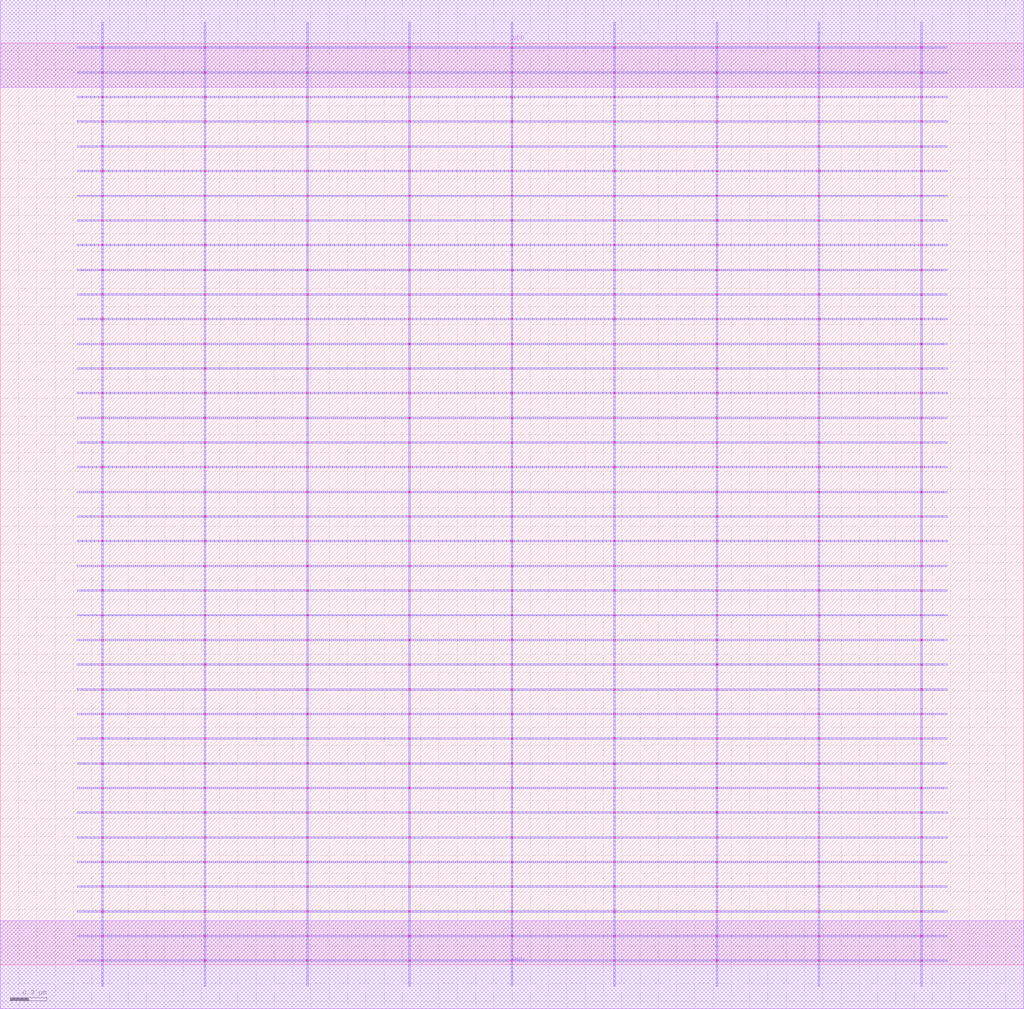
<source format=lef>
MACRO AAOI22
 CLASS CORE ;
 FOREIGN AAOI22 0 0 ;
 SIZE 5.6000000000000005 BY 5.04 ;
 ORIGIN 0 0 ;
 SYMMETRY X Y R90 ;
 SITE unit ;
  PIN VDD
   DIRECTION INOUT ;
   USE POWER ;
   SHAPE ABUTMENT ;
    PORT
     CLASS CORE ;
       LAYER met1 ;
        RECT 0.00000000 4.80000000 5.60000000 5.28000000 ;
    END
  END VDD

  PIN GND
   DIRECTION INOUT ;
   USE POWER ;
   SHAPE ABUTMENT ;
    PORT
     CLASS CORE ;
       LAYER met1 ;
        RECT 0.00000000 -0.24000000 5.60000000 0.24000000 ;
    END
  END GND

 OBS
    LAYER polycont ;
     RECT 1.11600000 2.58300000 1.12400000 2.59100000 ;
     RECT 2.23600000 2.58300000 2.24400000 2.59100000 ;
     RECT 3.35600000 2.58300000 3.36400000 2.59100000 ;
     RECT 4.47600000 2.58300000 4.48400000 2.59100000 ;
     RECT 1.11600000 2.98800000 1.12400000 2.99600000 ;
     RECT 2.23600000 2.98800000 2.24400000 2.99600000 ;
     RECT 3.35600000 2.98800000 3.36400000 2.99600000 ;
     RECT 4.47600000 2.98800000 4.48400000 2.99600000 ;

    LAYER pdiffc ;
     RECT 0.55600000 3.39300000 0.56400000 3.40100000 ;
     RECT 1.67600000 3.39300000 1.68400000 3.40100000 ;
     RECT 2.79600000 3.39300000 2.80400000 3.40100000 ;
     RECT 3.91600000 3.39300000 3.92400000 3.40100000 ;
     RECT 5.03600000 3.39300000 5.04400000 3.40100000 ;
     RECT 0.55600000 3.52800000 0.56400000 3.53600000 ;
     RECT 1.67600000 3.52800000 1.68400000 3.53600000 ;
     RECT 2.79600000 3.52800000 2.80400000 3.53600000 ;
     RECT 3.91600000 3.52800000 3.92400000 3.53600000 ;
     RECT 5.03600000 3.52800000 5.04400000 3.53600000 ;
     RECT 0.55600000 3.66300000 0.56400000 3.67100000 ;
     RECT 1.67600000 3.66300000 1.68400000 3.67100000 ;
     RECT 2.79600000 3.66300000 2.80400000 3.67100000 ;
     RECT 3.91600000 3.66300000 3.92400000 3.67100000 ;
     RECT 5.03600000 3.66300000 5.04400000 3.67100000 ;
     RECT 0.55600000 3.79800000 0.56400000 3.80600000 ;
     RECT 1.67600000 3.79800000 1.68400000 3.80600000 ;
     RECT 2.79600000 3.79800000 2.80400000 3.80600000 ;
     RECT 3.91600000 3.79800000 3.92400000 3.80600000 ;
     RECT 5.03600000 3.79800000 5.04400000 3.80600000 ;
     RECT 0.55600000 3.93300000 0.56400000 3.94100000 ;
     RECT 1.67600000 3.93300000 1.68400000 3.94100000 ;
     RECT 2.79600000 3.93300000 2.80400000 3.94100000 ;
     RECT 3.91600000 3.93300000 3.92400000 3.94100000 ;
     RECT 5.03600000 3.93300000 5.04400000 3.94100000 ;
     RECT 0.55600000 4.06800000 0.56400000 4.07600000 ;
     RECT 1.67600000 4.06800000 1.68400000 4.07600000 ;
     RECT 2.79600000 4.06800000 2.80400000 4.07600000 ;
     RECT 3.91600000 4.06800000 3.92400000 4.07600000 ;
     RECT 5.03600000 4.06800000 5.04400000 4.07600000 ;
     RECT 0.55600000 4.20300000 0.56400000 4.21100000 ;
     RECT 1.67600000 4.20300000 1.68400000 4.21100000 ;
     RECT 2.79600000 4.20300000 2.80400000 4.21100000 ;
     RECT 3.91600000 4.20300000 3.92400000 4.21100000 ;
     RECT 5.03600000 4.20300000 5.04400000 4.21100000 ;
     RECT 0.55600000 4.33800000 0.56400000 4.34600000 ;
     RECT 1.67600000 4.33800000 1.68400000 4.34600000 ;
     RECT 2.79600000 4.33800000 2.80400000 4.34600000 ;
     RECT 3.91600000 4.33800000 3.92400000 4.34600000 ;
     RECT 5.03600000 4.33800000 5.04400000 4.34600000 ;
     RECT 0.55600000 4.47300000 0.56400000 4.48100000 ;
     RECT 1.67600000 4.47300000 1.68400000 4.48100000 ;
     RECT 2.79600000 4.47300000 2.80400000 4.48100000 ;
     RECT 3.91600000 4.47300000 3.92400000 4.48100000 ;
     RECT 5.03600000 4.47300000 5.04400000 4.48100000 ;
     RECT 0.55600000 4.60800000 0.56400000 4.61600000 ;
     RECT 1.67600000 4.60800000 1.68400000 4.61600000 ;
     RECT 2.79600000 4.60800000 2.80400000 4.61600000 ;
     RECT 3.91600000 4.60800000 3.92400000 4.61600000 ;
     RECT 5.03600000 4.60800000 5.04400000 4.61600000 ;

    LAYER ndiffc ;
     RECT 0.55600000 0.42300000 0.56400000 0.43100000 ;
     RECT 1.67600000 0.42300000 1.68400000 0.43100000 ;
     RECT 2.79600000 0.42300000 2.80400000 0.43100000 ;
     RECT 3.91600000 0.42300000 3.92400000 0.43100000 ;
     RECT 5.03600000 0.42300000 5.04400000 0.43100000 ;
     RECT 0.55600000 0.55800000 0.56400000 0.56600000 ;
     RECT 1.67600000 0.55800000 1.68400000 0.56600000 ;
     RECT 2.79600000 0.55800000 2.80400000 0.56600000 ;
     RECT 3.91600000 0.55800000 3.92400000 0.56600000 ;
     RECT 5.03600000 0.55800000 5.04400000 0.56600000 ;
     RECT 0.55600000 0.69300000 0.56400000 0.70100000 ;
     RECT 1.67600000 0.69300000 1.68400000 0.70100000 ;
     RECT 2.79600000 0.69300000 2.80400000 0.70100000 ;
     RECT 3.91600000 0.69300000 3.92400000 0.70100000 ;
     RECT 5.03600000 0.69300000 5.04400000 0.70100000 ;
     RECT 0.55600000 0.82800000 0.56400000 0.83600000 ;
     RECT 1.67600000 0.82800000 1.68400000 0.83600000 ;
     RECT 2.79600000 0.82800000 2.80400000 0.83600000 ;
     RECT 3.91600000 0.82800000 3.92400000 0.83600000 ;
     RECT 5.03600000 0.82800000 5.04400000 0.83600000 ;
     RECT 0.55600000 0.96300000 0.56400000 0.97100000 ;
     RECT 1.67600000 0.96300000 1.68400000 0.97100000 ;
     RECT 2.79600000 0.96300000 2.80400000 0.97100000 ;
     RECT 3.91600000 0.96300000 3.92400000 0.97100000 ;
     RECT 5.03600000 0.96300000 5.04400000 0.97100000 ;
     RECT 0.55600000 1.09800000 0.56400000 1.10600000 ;
     RECT 1.67600000 1.09800000 1.68400000 1.10600000 ;
     RECT 2.79600000 1.09800000 2.80400000 1.10600000 ;
     RECT 3.91600000 1.09800000 3.92400000 1.10600000 ;
     RECT 5.03600000 1.09800000 5.04400000 1.10600000 ;
     RECT 0.55600000 1.23300000 0.56400000 1.24100000 ;
     RECT 1.67600000 1.23300000 1.68400000 1.24100000 ;
     RECT 2.79600000 1.23300000 2.80400000 1.24100000 ;
     RECT 3.91600000 1.23300000 3.92400000 1.24100000 ;
     RECT 5.03600000 1.23300000 5.04400000 1.24100000 ;
     RECT 0.55600000 1.36800000 0.56400000 1.37600000 ;
     RECT 1.67600000 1.36800000 1.68400000 1.37600000 ;
     RECT 2.79600000 1.36800000 2.80400000 1.37600000 ;
     RECT 3.91600000 1.36800000 3.92400000 1.37600000 ;
     RECT 5.03600000 1.36800000 5.04400000 1.37600000 ;
     RECT 0.55600000 1.50300000 0.56400000 1.51100000 ;
     RECT 1.67600000 1.50300000 1.68400000 1.51100000 ;
     RECT 2.79600000 1.50300000 2.80400000 1.51100000 ;
     RECT 3.91600000 1.50300000 3.92400000 1.51100000 ;
     RECT 5.03600000 1.50300000 5.04400000 1.51100000 ;
     RECT 0.55600000 1.63800000 0.56400000 1.64600000 ;
     RECT 1.67600000 1.63800000 1.68400000 1.64600000 ;
     RECT 2.79600000 1.63800000 2.80400000 1.64600000 ;
     RECT 3.91600000 1.63800000 3.92400000 1.64600000 ;
     RECT 5.03600000 1.63800000 5.04400000 1.64600000 ;
     RECT 0.55600000 1.77300000 0.56400000 1.78100000 ;
     RECT 1.67600000 1.77300000 1.68400000 1.78100000 ;
     RECT 2.79600000 1.77300000 2.80400000 1.78100000 ;
     RECT 3.91600000 1.77300000 3.92400000 1.78100000 ;
     RECT 5.03600000 1.77300000 5.04400000 1.78100000 ;
     RECT 0.55600000 1.90800000 0.56400000 1.91600000 ;
     RECT 1.67600000 1.90800000 1.68400000 1.91600000 ;
     RECT 2.79600000 1.90800000 2.80400000 1.91600000 ;
     RECT 3.91600000 1.90800000 3.92400000 1.91600000 ;
     RECT 5.03600000 1.90800000 5.04400000 1.91600000 ;
     RECT 0.55600000 2.04300000 0.56400000 2.05100000 ;
     RECT 1.67600000 2.04300000 1.68400000 2.05100000 ;
     RECT 2.79600000 2.04300000 2.80400000 2.05100000 ;
     RECT 3.91600000 2.04300000 3.92400000 2.05100000 ;
     RECT 5.03600000 2.04300000 5.04400000 2.05100000 ;

    LAYER met1 ;
     RECT 0.00000000 -0.24000000 5.60000000 0.24000000 ;
     RECT 2.79600000 0.24000000 2.80400000 0.28800000 ;
     RECT 0.44500000 0.28800000 5.15500000 0.29600000 ;
     RECT 2.79600000 0.29600000 2.80400000 0.42300000 ;
     RECT 0.44500000 0.42300000 5.15500000 0.43100000 ;
     RECT 2.79600000 0.43100000 2.80400000 0.55800000 ;
     RECT 0.44500000 0.55800000 5.15500000 0.56600000 ;
     RECT 2.79600000 0.56600000 2.80400000 0.69300000 ;
     RECT 0.44500000 0.69300000 5.15500000 0.70100000 ;
     RECT 2.79600000 0.70100000 2.80400000 0.82800000 ;
     RECT 0.44500000 0.82800000 5.15500000 0.83600000 ;
     RECT 2.79600000 0.83600000 2.80400000 0.96300000 ;
     RECT 0.44500000 0.96300000 5.15500000 0.97100000 ;
     RECT 2.79600000 0.97100000 2.80400000 1.09800000 ;
     RECT 0.44500000 1.09800000 5.15500000 1.10600000 ;
     RECT 2.79600000 1.10600000 2.80400000 1.23300000 ;
     RECT 0.44500000 1.23300000 5.15500000 1.24100000 ;
     RECT 2.79600000 1.24100000 2.80400000 1.36800000 ;
     RECT 0.44500000 1.36800000 5.15500000 1.37600000 ;
     RECT 2.79600000 1.37600000 2.80400000 1.50300000 ;
     RECT 0.44500000 1.50300000 5.15500000 1.51100000 ;
     RECT 2.79600000 1.51100000 2.80400000 1.63800000 ;
     RECT 0.44500000 1.63800000 5.15500000 1.64600000 ;
     RECT 2.79600000 1.64600000 2.80400000 1.77300000 ;
     RECT 0.44500000 1.77300000 5.15500000 1.78100000 ;
     RECT 2.79600000 1.78100000 2.80400000 1.90800000 ;
     RECT 0.44500000 1.90800000 5.15500000 1.91600000 ;
     RECT 2.79600000 1.91600000 2.80400000 2.04300000 ;
     RECT 0.44500000 2.04300000 5.15500000 2.05100000 ;
     RECT 2.79600000 2.05100000 2.80400000 2.17800000 ;
     RECT 0.44500000 2.17800000 5.15500000 2.18600000 ;
     RECT 2.79600000 2.18600000 2.80400000 2.31300000 ;
     RECT 0.44500000 2.31300000 5.15500000 2.32100000 ;
     RECT 2.79600000 2.32100000 2.80400000 2.44800000 ;
     RECT 0.44500000 2.44800000 5.15500000 2.45600000 ;
     RECT 0.55600000 2.45600000 0.56400000 2.58300000 ;
     RECT 1.11600000 2.45600000 1.12400000 2.58300000 ;
     RECT 1.67600000 2.45600000 1.68400000 2.58300000 ;
     RECT 2.23600000 2.45600000 2.24400000 2.58300000 ;
     RECT 2.79600000 2.45600000 2.80400000 2.58300000 ;
     RECT 3.35600000 2.45600000 3.36400000 2.58300000 ;
     RECT 3.91600000 2.45600000 3.92400000 2.58300000 ;
     RECT 4.47600000 2.45600000 4.48400000 2.58300000 ;
     RECT 5.03600000 2.45600000 5.04400000 2.58300000 ;
     RECT 0.44500000 2.58300000 5.15500000 2.59100000 ;
     RECT 2.79600000 2.59100000 2.80400000 2.71800000 ;
     RECT 0.44500000 2.71800000 5.15500000 2.72600000 ;
     RECT 2.79600000 2.72600000 2.80400000 2.85300000 ;
     RECT 0.44500000 2.85300000 5.15500000 2.86100000 ;
     RECT 2.79600000 2.86100000 2.80400000 2.98800000 ;
     RECT 0.44500000 2.98800000 5.15500000 2.99600000 ;
     RECT 2.79600000 2.99600000 2.80400000 3.12300000 ;
     RECT 0.44500000 3.12300000 5.15500000 3.13100000 ;
     RECT 2.79600000 3.13100000 2.80400000 3.25800000 ;
     RECT 0.44500000 3.25800000 5.15500000 3.26600000 ;
     RECT 2.79600000 3.26600000 2.80400000 3.39300000 ;
     RECT 0.44500000 3.39300000 5.15500000 3.40100000 ;
     RECT 2.79600000 3.40100000 2.80400000 3.52800000 ;
     RECT 0.44500000 3.52800000 5.15500000 3.53600000 ;
     RECT 2.79600000 3.53600000 2.80400000 3.66300000 ;
     RECT 0.44500000 3.66300000 5.15500000 3.67100000 ;
     RECT 2.79600000 3.67100000 2.80400000 3.79800000 ;
     RECT 0.44500000 3.79800000 5.15500000 3.80600000 ;
     RECT 2.79600000 3.80600000 2.80400000 3.93300000 ;
     RECT 0.44500000 3.93300000 5.15500000 3.94100000 ;
     RECT 2.79600000 3.94100000 2.80400000 4.06800000 ;
     RECT 0.44500000 4.06800000 5.15500000 4.07600000 ;
     RECT 2.79600000 4.07600000 2.80400000 4.20300000 ;
     RECT 0.44500000 4.20300000 5.15500000 4.21100000 ;
     RECT 2.79600000 4.21100000 2.80400000 4.33800000 ;
     RECT 0.44500000 4.33800000 5.15500000 4.34600000 ;
     RECT 2.79600000 4.34600000 2.80400000 4.47300000 ;
     RECT 0.44500000 4.47300000 5.15500000 4.48100000 ;
     RECT 2.79600000 4.48100000 2.80400000 4.60800000 ;
     RECT 0.44500000 4.60800000 5.15500000 4.61600000 ;
     RECT 2.79600000 4.61600000 2.80400000 4.74300000 ;
     RECT 0.44500000 4.74300000 5.15500000 4.75100000 ;
     RECT 2.79600000 4.75100000 2.80400000 4.80000000 ;
     RECT 0.00000000 4.80000000 5.60000000 5.28000000 ;
     RECT 5.03600000 3.26600000 5.04400000 3.39300000 ;
     RECT 4.47600000 2.59100000 4.48400000 2.71800000 ;
     RECT 5.03600000 2.59100000 5.04400000 2.71800000 ;
     RECT 3.35600000 3.40100000 3.36400000 3.52800000 ;
     RECT 3.91600000 3.40100000 3.92400000 3.52800000 ;
     RECT 4.47600000 3.40100000 4.48400000 3.52800000 ;
     RECT 5.03600000 3.40100000 5.04400000 3.52800000 ;
     RECT 3.35600000 2.86100000 3.36400000 2.98800000 ;
     RECT 3.91600000 2.86100000 3.92400000 2.98800000 ;
     RECT 3.35600000 3.53600000 3.36400000 3.66300000 ;
     RECT 3.91600000 3.53600000 3.92400000 3.66300000 ;
     RECT 4.47600000 3.53600000 4.48400000 3.66300000 ;
     RECT 5.03600000 3.53600000 5.04400000 3.66300000 ;
     RECT 4.47600000 2.86100000 4.48400000 2.98800000 ;
     RECT 5.03600000 2.86100000 5.04400000 2.98800000 ;
     RECT 3.35600000 3.67100000 3.36400000 3.79800000 ;
     RECT 3.91600000 3.67100000 3.92400000 3.79800000 ;
     RECT 4.47600000 3.67100000 4.48400000 3.79800000 ;
     RECT 5.03600000 3.67100000 5.04400000 3.79800000 ;
     RECT 3.35600000 2.59100000 3.36400000 2.71800000 ;
     RECT 3.91600000 2.59100000 3.92400000 2.71800000 ;
     RECT 3.35600000 3.80600000 3.36400000 3.93300000 ;
     RECT 3.91600000 3.80600000 3.92400000 3.93300000 ;
     RECT 4.47600000 3.80600000 4.48400000 3.93300000 ;
     RECT 5.03600000 3.80600000 5.04400000 3.93300000 ;
     RECT 3.35600000 2.99600000 3.36400000 3.12300000 ;
     RECT 3.91600000 2.99600000 3.92400000 3.12300000 ;
     RECT 3.35600000 3.94100000 3.36400000 4.06800000 ;
     RECT 3.91600000 3.94100000 3.92400000 4.06800000 ;
     RECT 4.47600000 3.94100000 4.48400000 4.06800000 ;
     RECT 5.03600000 3.94100000 5.04400000 4.06800000 ;
     RECT 4.47600000 2.99600000 4.48400000 3.12300000 ;
     RECT 5.03600000 2.99600000 5.04400000 3.12300000 ;
     RECT 3.35600000 4.07600000 3.36400000 4.20300000 ;
     RECT 3.91600000 4.07600000 3.92400000 4.20300000 ;
     RECT 4.47600000 4.07600000 4.48400000 4.20300000 ;
     RECT 5.03600000 4.07600000 5.04400000 4.20300000 ;
     RECT 3.35600000 2.72600000 3.36400000 2.85300000 ;
     RECT 3.91600000 2.72600000 3.92400000 2.85300000 ;
     RECT 3.35600000 4.21100000 3.36400000 4.33800000 ;
     RECT 3.91600000 4.21100000 3.92400000 4.33800000 ;
     RECT 4.47600000 4.21100000 4.48400000 4.33800000 ;
     RECT 5.03600000 4.21100000 5.04400000 4.33800000 ;
     RECT 3.35600000 3.13100000 3.36400000 3.25800000 ;
     RECT 3.91600000 3.13100000 3.92400000 3.25800000 ;
     RECT 3.35600000 4.34600000 3.36400000 4.47300000 ;
     RECT 3.91600000 4.34600000 3.92400000 4.47300000 ;
     RECT 4.47600000 4.34600000 4.48400000 4.47300000 ;
     RECT 5.03600000 4.34600000 5.04400000 4.47300000 ;
     RECT 4.47600000 3.13100000 4.48400000 3.25800000 ;
     RECT 5.03600000 3.13100000 5.04400000 3.25800000 ;
     RECT 3.35600000 4.48100000 3.36400000 4.60800000 ;
     RECT 3.91600000 4.48100000 3.92400000 4.60800000 ;
     RECT 4.47600000 4.48100000 4.48400000 4.60800000 ;
     RECT 5.03600000 4.48100000 5.04400000 4.60800000 ;
     RECT 4.47600000 2.72600000 4.48400000 2.85300000 ;
     RECT 5.03600000 2.72600000 5.04400000 2.85300000 ;
     RECT 3.35600000 4.61600000 3.36400000 4.74300000 ;
     RECT 3.91600000 4.61600000 3.92400000 4.74300000 ;
     RECT 4.47600000 4.61600000 4.48400000 4.74300000 ;
     RECT 5.03600000 4.61600000 5.04400000 4.74300000 ;
     RECT 3.35600000 3.26600000 3.36400000 3.39300000 ;
     RECT 3.91600000 3.26600000 3.92400000 3.39300000 ;
     RECT 3.35600000 4.75100000 3.36400000 4.80000000 ;
     RECT 3.91600000 4.75100000 3.92400000 4.80000000 ;
     RECT 4.47600000 4.75100000 4.48400000 4.80000000 ;
     RECT 5.03600000 4.75100000 5.04400000 4.80000000 ;
     RECT 4.47600000 3.26600000 4.48400000 3.39300000 ;
     RECT 1.67600000 3.94100000 1.68400000 4.06800000 ;
     RECT 2.23600000 3.94100000 2.24400000 4.06800000 ;
     RECT 0.55600000 3.40100000 0.56400000 3.52800000 ;
     RECT 1.11600000 3.40100000 1.12400000 3.52800000 ;
     RECT 1.67600000 3.40100000 1.68400000 3.52800000 ;
     RECT 2.23600000 3.40100000 2.24400000 3.52800000 ;
     RECT 0.55600000 2.86100000 0.56400000 2.98800000 ;
     RECT 1.11600000 2.86100000 1.12400000 2.98800000 ;
     RECT 0.55600000 4.07600000 0.56400000 4.20300000 ;
     RECT 1.11600000 4.07600000 1.12400000 4.20300000 ;
     RECT 1.67600000 4.07600000 1.68400000 4.20300000 ;
     RECT 2.23600000 4.07600000 2.24400000 4.20300000 ;
     RECT 1.67600000 2.86100000 1.68400000 2.98800000 ;
     RECT 2.23600000 2.86100000 2.24400000 2.98800000 ;
     RECT 0.55600000 3.13100000 0.56400000 3.25800000 ;
     RECT 1.11600000 3.13100000 1.12400000 3.25800000 ;
     RECT 0.55600000 3.53600000 0.56400000 3.66300000 ;
     RECT 1.11600000 3.53600000 1.12400000 3.66300000 ;
     RECT 0.55600000 4.21100000 0.56400000 4.33800000 ;
     RECT 1.11600000 4.21100000 1.12400000 4.33800000 ;
     RECT 1.67600000 4.21100000 1.68400000 4.33800000 ;
     RECT 2.23600000 4.21100000 2.24400000 4.33800000 ;
     RECT 1.67600000 3.53600000 1.68400000 3.66300000 ;
     RECT 2.23600000 3.53600000 2.24400000 3.66300000 ;
     RECT 1.67600000 3.13100000 1.68400000 3.25800000 ;
     RECT 2.23600000 3.13100000 2.24400000 3.25800000 ;
     RECT 1.67600000 2.72600000 1.68400000 2.85300000 ;
     RECT 2.23600000 2.72600000 2.24400000 2.85300000 ;
     RECT 0.55600000 4.34600000 0.56400000 4.47300000 ;
     RECT 1.11600000 4.34600000 1.12400000 4.47300000 ;
     RECT 1.67600000 4.34600000 1.68400000 4.47300000 ;
     RECT 2.23600000 4.34600000 2.24400000 4.47300000 ;
     RECT 1.67600000 2.59100000 1.68400000 2.71800000 ;
     RECT 2.23600000 2.59100000 2.24400000 2.71800000 ;
     RECT 0.55600000 3.67100000 0.56400000 3.79800000 ;
     RECT 1.11600000 3.67100000 1.12400000 3.79800000 ;
     RECT 1.67600000 3.67100000 1.68400000 3.79800000 ;
     RECT 2.23600000 3.67100000 2.24400000 3.79800000 ;
     RECT 0.55600000 4.48100000 0.56400000 4.60800000 ;
     RECT 1.11600000 4.48100000 1.12400000 4.60800000 ;
     RECT 1.67600000 4.48100000 1.68400000 4.60800000 ;
     RECT 2.23600000 4.48100000 2.24400000 4.60800000 ;
     RECT 0.55600000 2.59100000 0.56400000 2.71800000 ;
     RECT 1.11600000 2.59100000 1.12400000 2.71800000 ;
     RECT 0.55600000 3.26600000 0.56400000 3.39300000 ;
     RECT 1.11600000 3.26600000 1.12400000 3.39300000 ;
     RECT 1.67600000 3.26600000 1.68400000 3.39300000 ;
     RECT 2.23600000 3.26600000 2.24400000 3.39300000 ;
     RECT 0.55600000 4.61600000 0.56400000 4.74300000 ;
     RECT 1.11600000 4.61600000 1.12400000 4.74300000 ;
     RECT 1.67600000 4.61600000 1.68400000 4.74300000 ;
     RECT 2.23600000 4.61600000 2.24400000 4.74300000 ;
     RECT 0.55600000 3.80600000 0.56400000 3.93300000 ;
     RECT 1.11600000 3.80600000 1.12400000 3.93300000 ;
     RECT 1.67600000 3.80600000 1.68400000 3.93300000 ;
     RECT 2.23600000 3.80600000 2.24400000 3.93300000 ;
     RECT 0.55600000 2.99600000 0.56400000 3.12300000 ;
     RECT 1.11600000 2.99600000 1.12400000 3.12300000 ;
     RECT 0.55600000 4.75100000 0.56400000 4.80000000 ;
     RECT 1.11600000 4.75100000 1.12400000 4.80000000 ;
     RECT 1.67600000 4.75100000 1.68400000 4.80000000 ;
     RECT 2.23600000 4.75100000 2.24400000 4.80000000 ;
     RECT 1.67600000 2.99600000 1.68400000 3.12300000 ;
     RECT 2.23600000 2.99600000 2.24400000 3.12300000 ;
     RECT 0.55600000 2.72600000 0.56400000 2.85300000 ;
     RECT 1.11600000 2.72600000 1.12400000 2.85300000 ;
     RECT 0.55600000 3.94100000 0.56400000 4.06800000 ;
     RECT 1.11600000 3.94100000 1.12400000 4.06800000 ;
     RECT 0.55600000 1.91600000 0.56400000 2.04300000 ;
     RECT 1.11600000 1.91600000 1.12400000 2.04300000 ;
     RECT 1.67600000 1.91600000 1.68400000 2.04300000 ;
     RECT 2.23600000 1.91600000 2.24400000 2.04300000 ;
     RECT 1.67600000 0.70100000 1.68400000 0.82800000 ;
     RECT 2.23600000 0.70100000 2.24400000 0.82800000 ;
     RECT 0.55600000 2.05100000 0.56400000 2.17800000 ;
     RECT 1.11600000 2.05100000 1.12400000 2.17800000 ;
     RECT 1.67600000 2.05100000 1.68400000 2.17800000 ;
     RECT 2.23600000 2.05100000 2.24400000 2.17800000 ;
     RECT 1.67600000 0.29600000 1.68400000 0.42300000 ;
     RECT 2.23600000 0.29600000 2.24400000 0.42300000 ;
     RECT 0.55600000 2.18600000 0.56400000 2.31300000 ;
     RECT 1.11600000 2.18600000 1.12400000 2.31300000 ;
     RECT 1.67600000 2.18600000 1.68400000 2.31300000 ;
     RECT 2.23600000 2.18600000 2.24400000 2.31300000 ;
     RECT 0.55600000 0.83600000 0.56400000 0.96300000 ;
     RECT 1.11600000 0.83600000 1.12400000 0.96300000 ;
     RECT 0.55600000 2.32100000 0.56400000 2.44800000 ;
     RECT 1.11600000 2.32100000 1.12400000 2.44800000 ;
     RECT 1.67600000 2.32100000 1.68400000 2.44800000 ;
     RECT 2.23600000 2.32100000 2.24400000 2.44800000 ;
     RECT 1.67600000 0.83600000 1.68400000 0.96300000 ;
     RECT 2.23600000 0.83600000 2.24400000 0.96300000 ;
     RECT 1.67600000 0.24000000 1.68400000 0.28800000 ;
     RECT 2.23600000 0.24000000 2.24400000 0.28800000 ;
     RECT 0.55600000 0.97100000 0.56400000 1.09800000 ;
     RECT 1.11600000 0.97100000 1.12400000 1.09800000 ;
     RECT 1.67600000 0.97100000 1.68400000 1.09800000 ;
     RECT 2.23600000 0.97100000 2.24400000 1.09800000 ;
     RECT 0.55600000 0.43100000 0.56400000 0.55800000 ;
     RECT 1.11600000 0.43100000 1.12400000 0.55800000 ;
     RECT 0.55600000 1.10600000 0.56400000 1.23300000 ;
     RECT 1.11600000 1.10600000 1.12400000 1.23300000 ;
     RECT 1.67600000 1.10600000 1.68400000 1.23300000 ;
     RECT 2.23600000 1.10600000 2.24400000 1.23300000 ;
     RECT 1.67600000 0.43100000 1.68400000 0.55800000 ;
     RECT 2.23600000 0.43100000 2.24400000 0.55800000 ;
     RECT 0.55600000 1.24100000 0.56400000 1.36800000 ;
     RECT 1.11600000 1.24100000 1.12400000 1.36800000 ;
     RECT 1.67600000 1.24100000 1.68400000 1.36800000 ;
     RECT 2.23600000 1.24100000 2.24400000 1.36800000 ;
     RECT 0.55600000 0.24000000 0.56400000 0.28800000 ;
     RECT 1.11600000 0.24000000 1.12400000 0.28800000 ;
     RECT 0.55600000 1.37600000 0.56400000 1.50300000 ;
     RECT 1.11600000 1.37600000 1.12400000 1.50300000 ;
     RECT 1.67600000 1.37600000 1.68400000 1.50300000 ;
     RECT 2.23600000 1.37600000 2.24400000 1.50300000 ;
     RECT 0.55600000 0.56600000 0.56400000 0.69300000 ;
     RECT 1.11600000 0.56600000 1.12400000 0.69300000 ;
     RECT 0.55600000 1.51100000 0.56400000 1.63800000 ;
     RECT 1.11600000 1.51100000 1.12400000 1.63800000 ;
     RECT 1.67600000 1.51100000 1.68400000 1.63800000 ;
     RECT 2.23600000 1.51100000 2.24400000 1.63800000 ;
     RECT 1.67600000 0.56600000 1.68400000 0.69300000 ;
     RECT 2.23600000 0.56600000 2.24400000 0.69300000 ;
     RECT 0.55600000 1.64600000 0.56400000 1.77300000 ;
     RECT 1.11600000 1.64600000 1.12400000 1.77300000 ;
     RECT 1.67600000 1.64600000 1.68400000 1.77300000 ;
     RECT 2.23600000 1.64600000 2.24400000 1.77300000 ;
     RECT 0.55600000 0.29600000 0.56400000 0.42300000 ;
     RECT 1.11600000 0.29600000 1.12400000 0.42300000 ;
     RECT 0.55600000 1.78100000 0.56400000 1.90800000 ;
     RECT 1.11600000 1.78100000 1.12400000 1.90800000 ;
     RECT 1.67600000 1.78100000 1.68400000 1.90800000 ;
     RECT 2.23600000 1.78100000 2.24400000 1.90800000 ;
     RECT 0.55600000 0.70100000 0.56400000 0.82800000 ;
     RECT 1.11600000 0.70100000 1.12400000 0.82800000 ;
     RECT 3.91600000 2.05100000 3.92400000 2.17800000 ;
     RECT 4.47600000 2.05100000 4.48400000 2.17800000 ;
     RECT 5.03600000 2.05100000 5.04400000 2.17800000 ;
     RECT 3.35600000 0.24000000 3.36400000 0.28800000 ;
     RECT 3.91600000 0.24000000 3.92400000 0.28800000 ;
     RECT 3.35600000 0.83600000 3.36400000 0.96300000 ;
     RECT 3.91600000 0.83600000 3.92400000 0.96300000 ;
     RECT 4.47600000 0.83600000 4.48400000 0.96300000 ;
     RECT 5.03600000 0.83600000 5.04400000 0.96300000 ;
     RECT 3.35600000 2.18600000 3.36400000 2.31300000 ;
     RECT 3.91600000 2.18600000 3.92400000 2.31300000 ;
     RECT 4.47600000 2.18600000 4.48400000 2.31300000 ;
     RECT 5.03600000 2.18600000 5.04400000 2.31300000 ;
     RECT 3.35600000 1.37600000 3.36400000 1.50300000 ;
     RECT 3.91600000 1.37600000 3.92400000 1.50300000 ;
     RECT 4.47600000 1.37600000 4.48400000 1.50300000 ;
     RECT 5.03600000 1.37600000 5.04400000 1.50300000 ;
     RECT 3.35600000 0.56600000 3.36400000 0.69300000 ;
     RECT 3.91600000 0.56600000 3.92400000 0.69300000 ;
     RECT 3.35600000 2.32100000 3.36400000 2.44800000 ;
     RECT 3.91600000 2.32100000 3.92400000 2.44800000 ;
     RECT 4.47600000 2.32100000 4.48400000 2.44800000 ;
     RECT 5.03600000 2.32100000 5.04400000 2.44800000 ;
     RECT 4.47600000 0.56600000 4.48400000 0.69300000 ;
     RECT 5.03600000 0.56600000 5.04400000 0.69300000 ;
     RECT 3.35600000 0.29600000 3.36400000 0.42300000 ;
     RECT 3.91600000 0.29600000 3.92400000 0.42300000 ;
     RECT 3.35600000 1.51100000 3.36400000 1.63800000 ;
     RECT 3.91600000 1.51100000 3.92400000 1.63800000 ;
     RECT 4.47600000 1.51100000 4.48400000 1.63800000 ;
     RECT 5.03600000 1.51100000 5.04400000 1.63800000 ;
     RECT 3.35600000 0.97100000 3.36400000 1.09800000 ;
     RECT 3.91600000 0.97100000 3.92400000 1.09800000 ;
     RECT 4.47600000 0.97100000 4.48400000 1.09800000 ;
     RECT 5.03600000 0.97100000 5.04400000 1.09800000 ;
     RECT 3.35600000 0.43100000 3.36400000 0.55800000 ;
     RECT 3.91600000 0.43100000 3.92400000 0.55800000 ;
     RECT 3.35600000 1.64600000 3.36400000 1.77300000 ;
     RECT 3.91600000 1.64600000 3.92400000 1.77300000 ;
     RECT 4.47600000 1.64600000 4.48400000 1.77300000 ;
     RECT 5.03600000 1.64600000 5.04400000 1.77300000 ;
     RECT 4.47600000 0.43100000 4.48400000 0.55800000 ;
     RECT 5.03600000 0.43100000 5.04400000 0.55800000 ;
     RECT 3.35600000 0.70100000 3.36400000 0.82800000 ;
     RECT 3.91600000 0.70100000 3.92400000 0.82800000 ;
     RECT 3.35600000 1.10600000 3.36400000 1.23300000 ;
     RECT 3.91600000 1.10600000 3.92400000 1.23300000 ;
     RECT 3.35600000 1.78100000 3.36400000 1.90800000 ;
     RECT 3.91600000 1.78100000 3.92400000 1.90800000 ;
     RECT 4.47600000 1.78100000 4.48400000 1.90800000 ;
     RECT 5.03600000 1.78100000 5.04400000 1.90800000 ;
     RECT 4.47600000 1.10600000 4.48400000 1.23300000 ;
     RECT 5.03600000 1.10600000 5.04400000 1.23300000 ;
     RECT 4.47600000 0.70100000 4.48400000 0.82800000 ;
     RECT 5.03600000 0.70100000 5.04400000 0.82800000 ;
     RECT 4.47600000 0.29600000 4.48400000 0.42300000 ;
     RECT 5.03600000 0.29600000 5.04400000 0.42300000 ;
     RECT 3.35600000 1.91600000 3.36400000 2.04300000 ;
     RECT 3.91600000 1.91600000 3.92400000 2.04300000 ;
     RECT 4.47600000 1.91600000 4.48400000 2.04300000 ;
     RECT 5.03600000 1.91600000 5.04400000 2.04300000 ;
     RECT 4.47600000 0.24000000 4.48400000 0.28800000 ;
     RECT 5.03600000 0.24000000 5.04400000 0.28800000 ;
     RECT 3.35600000 1.24100000 3.36400000 1.36800000 ;
     RECT 3.91600000 1.24100000 3.92400000 1.36800000 ;
     RECT 4.47600000 1.24100000 4.48400000 1.36800000 ;
     RECT 5.03600000 1.24100000 5.04400000 1.36800000 ;
     RECT 3.35600000 2.05100000 3.36400000 2.17800000 ;

    LAYER via1 ;
     RECT 2.79600000 0.01800000 2.80400000 0.02600000 ;
     RECT 2.79600000 0.15300000 2.80400000 0.16100000 ;
     RECT 2.79600000 0.28800000 2.80400000 0.29600000 ;
     RECT 2.79600000 0.42300000 2.80400000 0.43100000 ;
     RECT 2.79600000 0.55800000 2.80400000 0.56600000 ;
     RECT 2.79600000 0.69300000 2.80400000 0.70100000 ;
     RECT 2.79600000 0.82800000 2.80400000 0.83600000 ;
     RECT 2.79600000 0.96300000 2.80400000 0.97100000 ;
     RECT 2.79600000 1.09800000 2.80400000 1.10600000 ;
     RECT 2.79600000 1.23300000 2.80400000 1.24100000 ;
     RECT 2.79600000 1.36800000 2.80400000 1.37600000 ;
     RECT 2.79600000 1.50300000 2.80400000 1.51100000 ;
     RECT 2.79600000 1.63800000 2.80400000 1.64600000 ;
     RECT 2.79600000 1.77300000 2.80400000 1.78100000 ;
     RECT 2.79600000 1.90800000 2.80400000 1.91600000 ;
     RECT 2.79600000 2.04300000 2.80400000 2.05100000 ;
     RECT 2.79600000 2.17800000 2.80400000 2.18600000 ;
     RECT 2.79600000 2.31300000 2.80400000 2.32100000 ;
     RECT 2.79600000 2.44800000 2.80400000 2.45600000 ;
     RECT 2.79600000 2.58300000 2.80400000 2.59100000 ;
     RECT 2.79600000 2.71800000 2.80400000 2.72600000 ;
     RECT 2.79600000 2.85300000 2.80400000 2.86100000 ;
     RECT 2.79600000 2.98800000 2.80400000 2.99600000 ;
     RECT 2.79600000 3.12300000 2.80400000 3.13100000 ;
     RECT 2.79600000 3.25800000 2.80400000 3.26600000 ;
     RECT 2.79600000 3.39300000 2.80400000 3.40100000 ;
     RECT 2.79600000 3.52800000 2.80400000 3.53600000 ;
     RECT 2.79600000 3.66300000 2.80400000 3.67100000 ;
     RECT 2.79600000 3.79800000 2.80400000 3.80600000 ;
     RECT 2.79600000 3.93300000 2.80400000 3.94100000 ;
     RECT 2.79600000 4.06800000 2.80400000 4.07600000 ;
     RECT 2.79600000 4.20300000 2.80400000 4.21100000 ;
     RECT 2.79600000 4.33800000 2.80400000 4.34600000 ;
     RECT 2.79600000 4.47300000 2.80400000 4.48100000 ;
     RECT 2.79600000 4.60800000 2.80400000 4.61600000 ;
     RECT 2.79600000 4.74300000 2.80400000 4.75100000 ;
     RECT 2.79600000 4.87800000 2.80400000 4.88600000 ;
     RECT 2.79600000 5.01300000 2.80400000 5.02100000 ;
     RECT 5.03600000 2.98800000 5.04400000 2.99600000 ;
     RECT 5.03600000 2.58300000 5.04400000 2.59100000 ;
     RECT 3.35600000 3.12300000 3.36400000 3.13100000 ;
     RECT 3.91600000 3.12300000 3.92400000 3.13100000 ;
     RECT 4.47600000 3.12300000 4.48400000 3.13100000 ;
     RECT 5.03600000 3.12300000 5.04400000 3.13100000 ;
     RECT 3.35600000 2.58300000 3.36400000 2.59100000 ;
     RECT 3.35600000 3.25800000 3.36400000 3.26600000 ;
     RECT 3.91600000 3.25800000 3.92400000 3.26600000 ;
     RECT 4.47600000 3.25800000 4.48400000 3.26600000 ;
     RECT 5.03600000 3.25800000 5.04400000 3.26600000 ;
     RECT 3.35600000 2.71800000 3.36400000 2.72600000 ;
     RECT 3.35600000 3.39300000 3.36400000 3.40100000 ;
     RECT 3.91600000 3.39300000 3.92400000 3.40100000 ;
     RECT 4.47600000 3.39300000 4.48400000 3.40100000 ;
     RECT 5.03600000 3.39300000 5.04400000 3.40100000 ;
     RECT 3.91600000 2.71800000 3.92400000 2.72600000 ;
     RECT 3.35600000 3.52800000 3.36400000 3.53600000 ;
     RECT 3.91600000 3.52800000 3.92400000 3.53600000 ;
     RECT 4.47600000 3.52800000 4.48400000 3.53600000 ;
     RECT 5.03600000 3.52800000 5.04400000 3.53600000 ;
     RECT 4.47600000 2.71800000 4.48400000 2.72600000 ;
     RECT 3.35600000 3.66300000 3.36400000 3.67100000 ;
     RECT 3.91600000 3.66300000 3.92400000 3.67100000 ;
     RECT 4.47600000 3.66300000 4.48400000 3.67100000 ;
     RECT 5.03600000 3.66300000 5.04400000 3.67100000 ;
     RECT 5.03600000 2.71800000 5.04400000 2.72600000 ;
     RECT 3.35600000 3.79800000 3.36400000 3.80600000 ;
     RECT 3.91600000 3.79800000 3.92400000 3.80600000 ;
     RECT 4.47600000 3.79800000 4.48400000 3.80600000 ;
     RECT 5.03600000 3.79800000 5.04400000 3.80600000 ;
     RECT 3.91600000 2.58300000 3.92400000 2.59100000 ;
     RECT 3.35600000 3.93300000 3.36400000 3.94100000 ;
     RECT 3.91600000 3.93300000 3.92400000 3.94100000 ;
     RECT 4.47600000 3.93300000 4.48400000 3.94100000 ;
     RECT 5.03600000 3.93300000 5.04400000 3.94100000 ;
     RECT 3.35600000 2.85300000 3.36400000 2.86100000 ;
     RECT 3.35600000 4.06800000 3.36400000 4.07600000 ;
     RECT 3.91600000 4.06800000 3.92400000 4.07600000 ;
     RECT 4.47600000 4.06800000 4.48400000 4.07600000 ;
     RECT 5.03600000 4.06800000 5.04400000 4.07600000 ;
     RECT 3.91600000 2.85300000 3.92400000 2.86100000 ;
     RECT 3.35600000 4.20300000 3.36400000 4.21100000 ;
     RECT 3.91600000 4.20300000 3.92400000 4.21100000 ;
     RECT 4.47600000 4.20300000 4.48400000 4.21100000 ;
     RECT 5.03600000 4.20300000 5.04400000 4.21100000 ;
     RECT 4.47600000 2.85300000 4.48400000 2.86100000 ;
     RECT 3.35600000 4.33800000 3.36400000 4.34600000 ;
     RECT 3.91600000 4.33800000 3.92400000 4.34600000 ;
     RECT 4.47600000 4.33800000 4.48400000 4.34600000 ;
     RECT 5.03600000 4.33800000 5.04400000 4.34600000 ;
     RECT 5.03600000 2.85300000 5.04400000 2.86100000 ;
     RECT 3.35600000 4.47300000 3.36400000 4.48100000 ;
     RECT 3.91600000 4.47300000 3.92400000 4.48100000 ;
     RECT 4.47600000 4.47300000 4.48400000 4.48100000 ;
     RECT 5.03600000 4.47300000 5.04400000 4.48100000 ;
     RECT 4.47600000 2.58300000 4.48400000 2.59100000 ;
     RECT 3.35600000 4.60800000 3.36400000 4.61600000 ;
     RECT 3.91600000 4.60800000 3.92400000 4.61600000 ;
     RECT 4.47600000 4.60800000 4.48400000 4.61600000 ;
     RECT 5.03600000 4.60800000 5.04400000 4.61600000 ;
     RECT 3.35600000 2.98800000 3.36400000 2.99600000 ;
     RECT 3.35600000 4.74300000 3.36400000 4.75100000 ;
     RECT 3.91600000 4.74300000 3.92400000 4.75100000 ;
     RECT 4.47600000 4.74300000 4.48400000 4.75100000 ;
     RECT 5.03600000 4.74300000 5.04400000 4.75100000 ;
     RECT 3.91600000 2.98800000 3.92400000 2.99600000 ;
     RECT 3.35600000 4.87800000 3.36400000 4.88600000 ;
     RECT 3.91600000 4.87800000 3.92400000 4.88600000 ;
     RECT 4.47600000 4.87800000 4.48400000 4.88600000 ;
     RECT 5.03600000 4.87800000 5.04400000 4.88600000 ;
     RECT 4.47600000 2.98800000 4.48400000 2.99600000 ;
     RECT 3.35600000 5.01300000 3.36400000 5.02100000 ;
     RECT 3.91600000 5.01300000 3.92400000 5.02100000 ;
     RECT 4.47600000 5.01300000 4.48400000 5.02100000 ;
     RECT 5.03600000 5.01300000 5.04400000 5.02100000 ;
     RECT 0.55600000 2.98800000 0.56400000 2.99600000 ;
     RECT 1.11600000 2.98800000 1.12400000 2.99600000 ;
     RECT 1.67600000 2.98800000 1.68400000 2.99600000 ;
     RECT 0.55600000 3.39300000 0.56400000 3.40100000 ;
     RECT 0.55600000 4.06800000 0.56400000 4.07600000 ;
     RECT 1.11600000 4.06800000 1.12400000 4.07600000 ;
     RECT 1.67600000 4.06800000 1.68400000 4.07600000 ;
     RECT 2.23600000 4.06800000 2.24400000 4.07600000 ;
     RECT 1.11600000 3.39300000 1.12400000 3.40100000 ;
     RECT 1.67600000 3.39300000 1.68400000 3.40100000 ;
     RECT 2.23600000 3.39300000 2.24400000 3.40100000 ;
     RECT 2.23600000 2.98800000 2.24400000 2.99600000 ;
     RECT 2.23600000 2.58300000 2.24400000 2.59100000 ;
     RECT 0.55600000 4.20300000 0.56400000 4.21100000 ;
     RECT 1.11600000 4.20300000 1.12400000 4.21100000 ;
     RECT 1.67600000 4.20300000 1.68400000 4.21100000 ;
     RECT 2.23600000 4.20300000 2.24400000 4.21100000 ;
     RECT 0.55600000 2.58300000 0.56400000 2.59100000 ;
     RECT 0.55600000 2.71800000 0.56400000 2.72600000 ;
     RECT 0.55600000 2.85300000 0.56400000 2.86100000 ;
     RECT 0.55600000 3.52800000 0.56400000 3.53600000 ;
     RECT 1.11600000 3.52800000 1.12400000 3.53600000 ;
     RECT 0.55600000 4.33800000 0.56400000 4.34600000 ;
     RECT 1.11600000 4.33800000 1.12400000 4.34600000 ;
     RECT 1.67600000 4.33800000 1.68400000 4.34600000 ;
     RECT 2.23600000 4.33800000 2.24400000 4.34600000 ;
     RECT 1.67600000 3.52800000 1.68400000 3.53600000 ;
     RECT 2.23600000 3.52800000 2.24400000 3.53600000 ;
     RECT 1.11600000 2.85300000 1.12400000 2.86100000 ;
     RECT 0.55600000 3.12300000 0.56400000 3.13100000 ;
     RECT 1.11600000 3.12300000 1.12400000 3.13100000 ;
     RECT 0.55600000 4.47300000 0.56400000 4.48100000 ;
     RECT 1.11600000 4.47300000 1.12400000 4.48100000 ;
     RECT 1.67600000 4.47300000 1.68400000 4.48100000 ;
     RECT 2.23600000 4.47300000 2.24400000 4.48100000 ;
     RECT 1.67600000 3.12300000 1.68400000 3.13100000 ;
     RECT 2.23600000 3.12300000 2.24400000 3.13100000 ;
     RECT 0.55600000 3.66300000 0.56400000 3.67100000 ;
     RECT 1.11600000 3.66300000 1.12400000 3.67100000 ;
     RECT 1.67600000 3.66300000 1.68400000 3.67100000 ;
     RECT 0.55600000 4.60800000 0.56400000 4.61600000 ;
     RECT 1.11600000 4.60800000 1.12400000 4.61600000 ;
     RECT 1.67600000 4.60800000 1.68400000 4.61600000 ;
     RECT 2.23600000 4.60800000 2.24400000 4.61600000 ;
     RECT 2.23600000 3.66300000 2.24400000 3.67100000 ;
     RECT 1.67600000 2.85300000 1.68400000 2.86100000 ;
     RECT 2.23600000 2.85300000 2.24400000 2.86100000 ;
     RECT 1.11600000 2.71800000 1.12400000 2.72600000 ;
     RECT 1.67600000 2.71800000 1.68400000 2.72600000 ;
     RECT 0.55600000 4.74300000 0.56400000 4.75100000 ;
     RECT 1.11600000 4.74300000 1.12400000 4.75100000 ;
     RECT 1.67600000 4.74300000 1.68400000 4.75100000 ;
     RECT 2.23600000 4.74300000 2.24400000 4.75100000 ;
     RECT 2.23600000 2.71800000 2.24400000 2.72600000 ;
     RECT 0.55600000 3.79800000 0.56400000 3.80600000 ;
     RECT 1.11600000 3.79800000 1.12400000 3.80600000 ;
     RECT 1.67600000 3.79800000 1.68400000 3.80600000 ;
     RECT 2.23600000 3.79800000 2.24400000 3.80600000 ;
     RECT 0.55600000 4.87800000 0.56400000 4.88600000 ;
     RECT 1.11600000 4.87800000 1.12400000 4.88600000 ;
     RECT 1.67600000 4.87800000 1.68400000 4.88600000 ;
     RECT 2.23600000 4.87800000 2.24400000 4.88600000 ;
     RECT 0.55600000 3.25800000 0.56400000 3.26600000 ;
     RECT 1.11600000 3.25800000 1.12400000 3.26600000 ;
     RECT 1.67600000 3.25800000 1.68400000 3.26600000 ;
     RECT 2.23600000 3.25800000 2.24400000 3.26600000 ;
     RECT 1.11600000 2.58300000 1.12400000 2.59100000 ;
     RECT 0.55600000 5.01300000 0.56400000 5.02100000 ;
     RECT 1.11600000 5.01300000 1.12400000 5.02100000 ;
     RECT 1.67600000 5.01300000 1.68400000 5.02100000 ;
     RECT 2.23600000 5.01300000 2.24400000 5.02100000 ;
     RECT 0.55600000 3.93300000 0.56400000 3.94100000 ;
     RECT 1.11600000 3.93300000 1.12400000 3.94100000 ;
     RECT 1.67600000 3.93300000 1.68400000 3.94100000 ;
     RECT 2.23600000 3.93300000 2.24400000 3.94100000 ;
     RECT 1.67600000 2.58300000 1.68400000 2.59100000 ;
     RECT 2.23600000 0.96300000 2.24400000 0.97100000 ;
     RECT 1.67600000 0.15300000 1.68400000 0.16100000 ;
     RECT 0.55600000 1.09800000 0.56400000 1.10600000 ;
     RECT 1.11600000 1.09800000 1.12400000 1.10600000 ;
     RECT 1.67600000 1.09800000 1.68400000 1.10600000 ;
     RECT 2.23600000 1.09800000 2.24400000 1.10600000 ;
     RECT 2.23600000 0.15300000 2.24400000 0.16100000 ;
     RECT 0.55600000 1.23300000 0.56400000 1.24100000 ;
     RECT 1.11600000 1.23300000 1.12400000 1.24100000 ;
     RECT 1.67600000 1.23300000 1.68400000 1.24100000 ;
     RECT 2.23600000 1.23300000 2.24400000 1.24100000 ;
     RECT 1.11600000 0.01800000 1.12400000 0.02600000 ;
     RECT 0.55600000 1.36800000 0.56400000 1.37600000 ;
     RECT 1.11600000 1.36800000 1.12400000 1.37600000 ;
     RECT 1.67600000 1.36800000 1.68400000 1.37600000 ;
     RECT 2.23600000 1.36800000 2.24400000 1.37600000 ;
     RECT 0.55600000 0.28800000 0.56400000 0.29600000 ;
     RECT 0.55600000 1.50300000 0.56400000 1.51100000 ;
     RECT 1.11600000 1.50300000 1.12400000 1.51100000 ;
     RECT 1.67600000 1.50300000 1.68400000 1.51100000 ;
     RECT 2.23600000 1.50300000 2.24400000 1.51100000 ;
     RECT 1.11600000 0.28800000 1.12400000 0.29600000 ;
     RECT 0.55600000 1.63800000 0.56400000 1.64600000 ;
     RECT 1.11600000 1.63800000 1.12400000 1.64600000 ;
     RECT 1.67600000 1.63800000 1.68400000 1.64600000 ;
     RECT 2.23600000 1.63800000 2.24400000 1.64600000 ;
     RECT 1.67600000 0.28800000 1.68400000 0.29600000 ;
     RECT 0.55600000 1.77300000 0.56400000 1.78100000 ;
     RECT 1.11600000 1.77300000 1.12400000 1.78100000 ;
     RECT 1.67600000 1.77300000 1.68400000 1.78100000 ;
     RECT 2.23600000 1.77300000 2.24400000 1.78100000 ;
     RECT 2.23600000 0.28800000 2.24400000 0.29600000 ;
     RECT 0.55600000 1.90800000 0.56400000 1.91600000 ;
     RECT 1.11600000 1.90800000 1.12400000 1.91600000 ;
     RECT 1.67600000 1.90800000 1.68400000 1.91600000 ;
     RECT 2.23600000 1.90800000 2.24400000 1.91600000 ;
     RECT 1.67600000 0.01800000 1.68400000 0.02600000 ;
     RECT 0.55600000 2.04300000 0.56400000 2.05100000 ;
     RECT 1.11600000 2.04300000 1.12400000 2.05100000 ;
     RECT 1.67600000 2.04300000 1.68400000 2.05100000 ;
     RECT 2.23600000 2.04300000 2.24400000 2.05100000 ;
     RECT 0.55600000 0.42300000 0.56400000 0.43100000 ;
     RECT 0.55600000 2.17800000 0.56400000 2.18600000 ;
     RECT 1.11600000 2.17800000 1.12400000 2.18600000 ;
     RECT 1.67600000 2.17800000 1.68400000 2.18600000 ;
     RECT 2.23600000 2.17800000 2.24400000 2.18600000 ;
     RECT 1.11600000 0.42300000 1.12400000 0.43100000 ;
     RECT 0.55600000 2.31300000 0.56400000 2.32100000 ;
     RECT 1.11600000 2.31300000 1.12400000 2.32100000 ;
     RECT 1.67600000 2.31300000 1.68400000 2.32100000 ;
     RECT 2.23600000 2.31300000 2.24400000 2.32100000 ;
     RECT 1.67600000 0.42300000 1.68400000 0.43100000 ;
     RECT 0.55600000 2.44800000 0.56400000 2.45600000 ;
     RECT 1.11600000 2.44800000 1.12400000 2.45600000 ;
     RECT 1.67600000 2.44800000 1.68400000 2.45600000 ;
     RECT 2.23600000 2.44800000 2.24400000 2.45600000 ;
     RECT 2.23600000 0.42300000 2.24400000 0.43100000 ;
     RECT 2.23600000 0.01800000 2.24400000 0.02600000 ;
     RECT 0.55600000 0.55800000 0.56400000 0.56600000 ;
     RECT 1.11600000 0.55800000 1.12400000 0.56600000 ;
     RECT 1.67600000 0.55800000 1.68400000 0.56600000 ;
     RECT 2.23600000 0.55800000 2.24400000 0.56600000 ;
     RECT 0.55600000 0.01800000 0.56400000 0.02600000 ;
     RECT 0.55600000 0.69300000 0.56400000 0.70100000 ;
     RECT 1.11600000 0.69300000 1.12400000 0.70100000 ;
     RECT 1.67600000 0.69300000 1.68400000 0.70100000 ;
     RECT 2.23600000 0.69300000 2.24400000 0.70100000 ;
     RECT 0.55600000 0.15300000 0.56400000 0.16100000 ;
     RECT 0.55600000 0.82800000 0.56400000 0.83600000 ;
     RECT 1.11600000 0.82800000 1.12400000 0.83600000 ;
     RECT 1.67600000 0.82800000 1.68400000 0.83600000 ;
     RECT 2.23600000 0.82800000 2.24400000 0.83600000 ;
     RECT 1.11600000 0.15300000 1.12400000 0.16100000 ;
     RECT 0.55600000 0.96300000 0.56400000 0.97100000 ;
     RECT 1.11600000 0.96300000 1.12400000 0.97100000 ;
     RECT 1.67600000 0.96300000 1.68400000 0.97100000 ;
     RECT 3.91600000 1.63800000 3.92400000 1.64600000 ;
     RECT 4.47600000 1.63800000 4.48400000 1.64600000 ;
     RECT 5.03600000 1.63800000 5.04400000 1.64600000 ;
     RECT 3.35600000 0.01800000 3.36400000 0.02600000 ;
     RECT 3.35600000 0.15300000 3.36400000 0.16100000 ;
     RECT 3.35600000 0.28800000 3.36400000 0.29600000 ;
     RECT 3.35600000 0.96300000 3.36400000 0.97100000 ;
     RECT 3.91600000 0.96300000 3.92400000 0.97100000 ;
     RECT 3.35600000 1.77300000 3.36400000 1.78100000 ;
     RECT 3.91600000 1.77300000 3.92400000 1.78100000 ;
     RECT 4.47600000 1.77300000 4.48400000 1.78100000 ;
     RECT 5.03600000 1.77300000 5.04400000 1.78100000 ;
     RECT 4.47600000 0.96300000 4.48400000 0.97100000 ;
     RECT 5.03600000 0.96300000 5.04400000 0.97100000 ;
     RECT 3.91600000 0.28800000 3.92400000 0.29600000 ;
     RECT 3.35600000 0.55800000 3.36400000 0.56600000 ;
     RECT 3.91600000 0.55800000 3.92400000 0.56600000 ;
     RECT 3.35600000 1.90800000 3.36400000 1.91600000 ;
     RECT 3.91600000 1.90800000 3.92400000 1.91600000 ;
     RECT 4.47600000 1.90800000 4.48400000 1.91600000 ;
     RECT 5.03600000 1.90800000 5.04400000 1.91600000 ;
     RECT 4.47600000 0.55800000 4.48400000 0.56600000 ;
     RECT 5.03600000 0.55800000 5.04400000 0.56600000 ;
     RECT 3.35600000 1.09800000 3.36400000 1.10600000 ;
     RECT 3.91600000 1.09800000 3.92400000 1.10600000 ;
     RECT 4.47600000 1.09800000 4.48400000 1.10600000 ;
     RECT 3.35600000 2.04300000 3.36400000 2.05100000 ;
     RECT 3.91600000 2.04300000 3.92400000 2.05100000 ;
     RECT 4.47600000 2.04300000 4.48400000 2.05100000 ;
     RECT 5.03600000 2.04300000 5.04400000 2.05100000 ;
     RECT 5.03600000 1.09800000 5.04400000 1.10600000 ;
     RECT 4.47600000 0.28800000 4.48400000 0.29600000 ;
     RECT 5.03600000 0.28800000 5.04400000 0.29600000 ;
     RECT 3.91600000 0.15300000 3.92400000 0.16100000 ;
     RECT 4.47600000 0.15300000 4.48400000 0.16100000 ;
     RECT 3.35600000 2.17800000 3.36400000 2.18600000 ;
     RECT 3.91600000 2.17800000 3.92400000 2.18600000 ;
     RECT 4.47600000 2.17800000 4.48400000 2.18600000 ;
     RECT 5.03600000 2.17800000 5.04400000 2.18600000 ;
     RECT 5.03600000 0.15300000 5.04400000 0.16100000 ;
     RECT 3.35600000 1.23300000 3.36400000 1.24100000 ;
     RECT 3.91600000 1.23300000 3.92400000 1.24100000 ;
     RECT 4.47600000 1.23300000 4.48400000 1.24100000 ;
     RECT 5.03600000 1.23300000 5.04400000 1.24100000 ;
     RECT 3.35600000 2.31300000 3.36400000 2.32100000 ;
     RECT 3.91600000 2.31300000 3.92400000 2.32100000 ;
     RECT 4.47600000 2.31300000 4.48400000 2.32100000 ;
     RECT 5.03600000 2.31300000 5.04400000 2.32100000 ;
     RECT 3.35600000 0.69300000 3.36400000 0.70100000 ;
     RECT 3.91600000 0.69300000 3.92400000 0.70100000 ;
     RECT 4.47600000 0.69300000 4.48400000 0.70100000 ;
     RECT 5.03600000 0.69300000 5.04400000 0.70100000 ;
     RECT 3.91600000 0.01800000 3.92400000 0.02600000 ;
     RECT 3.35600000 2.44800000 3.36400000 2.45600000 ;
     RECT 3.91600000 2.44800000 3.92400000 2.45600000 ;
     RECT 4.47600000 2.44800000 4.48400000 2.45600000 ;
     RECT 5.03600000 2.44800000 5.04400000 2.45600000 ;
     RECT 3.35600000 1.36800000 3.36400000 1.37600000 ;
     RECT 3.91600000 1.36800000 3.92400000 1.37600000 ;
     RECT 4.47600000 1.36800000 4.48400000 1.37600000 ;
     RECT 5.03600000 1.36800000 5.04400000 1.37600000 ;
     RECT 4.47600000 0.01800000 4.48400000 0.02600000 ;
     RECT 3.35600000 0.42300000 3.36400000 0.43100000 ;
     RECT 3.91600000 0.42300000 3.92400000 0.43100000 ;
     RECT 4.47600000 0.42300000 4.48400000 0.43100000 ;
     RECT 3.35600000 0.82800000 3.36400000 0.83600000 ;
     RECT 3.35600000 1.50300000 3.36400000 1.51100000 ;
     RECT 3.91600000 1.50300000 3.92400000 1.51100000 ;
     RECT 4.47600000 1.50300000 4.48400000 1.51100000 ;
     RECT 5.03600000 1.50300000 5.04400000 1.51100000 ;
     RECT 3.91600000 0.82800000 3.92400000 0.83600000 ;
     RECT 4.47600000 0.82800000 4.48400000 0.83600000 ;
     RECT 5.03600000 0.82800000 5.04400000 0.83600000 ;
     RECT 5.03600000 0.42300000 5.04400000 0.43100000 ;
     RECT 5.03600000 0.01800000 5.04400000 0.02600000 ;
     RECT 3.35600000 1.63800000 3.36400000 1.64600000 ;

    LAYER met2 ;
     RECT 2.79600000 -0.11800000 2.80400000 0.01800000 ;
     RECT 0.42000000 0.01800000 5.18000000 0.02600000 ;
     RECT 2.79600000 0.02600000 2.80400000 0.15300000 ;
     RECT 0.42000000 0.15300000 5.18000000 0.16100000 ;
     RECT 2.79600000 0.16100000 2.80400000 0.28800000 ;
     RECT 0.42000000 0.28800000 5.18000000 0.29600000 ;
     RECT 2.79600000 0.29600000 2.80400000 0.42300000 ;
     RECT 0.42000000 0.42300000 5.18000000 0.43100000 ;
     RECT 2.79600000 0.43100000 2.80400000 0.55800000 ;
     RECT 0.42000000 0.55800000 5.18000000 0.56600000 ;
     RECT 2.79600000 0.56600000 2.80400000 0.69300000 ;
     RECT 0.42000000 0.69300000 5.18000000 0.70100000 ;
     RECT 2.79600000 0.70100000 2.80400000 0.82800000 ;
     RECT 0.42000000 0.82800000 5.18000000 0.83600000 ;
     RECT 2.79600000 0.83600000 2.80400000 0.96300000 ;
     RECT 0.42000000 0.96300000 5.18000000 0.97100000 ;
     RECT 2.79600000 0.97100000 2.80400000 1.09800000 ;
     RECT 0.42000000 1.09800000 5.18000000 1.10600000 ;
     RECT 2.79600000 1.10600000 2.80400000 1.23300000 ;
     RECT 0.42000000 1.23300000 5.18000000 1.24100000 ;
     RECT 2.79600000 1.24100000 2.80400000 1.36800000 ;
     RECT 0.42000000 1.36800000 5.18000000 1.37600000 ;
     RECT 2.79600000 1.37600000 2.80400000 1.50300000 ;
     RECT 0.42000000 1.50300000 5.18000000 1.51100000 ;
     RECT 2.79600000 1.51100000 2.80400000 1.63800000 ;
     RECT 0.42000000 1.63800000 5.18000000 1.64600000 ;
     RECT 2.79600000 1.64600000 2.80400000 1.77300000 ;
     RECT 0.42000000 1.77300000 5.18000000 1.78100000 ;
     RECT 2.79600000 1.78100000 2.80400000 1.90800000 ;
     RECT 0.42000000 1.90800000 5.18000000 1.91600000 ;
     RECT 2.79600000 1.91600000 2.80400000 2.04300000 ;
     RECT 0.42000000 2.04300000 5.18000000 2.05100000 ;
     RECT 2.79600000 2.05100000 2.80400000 2.17800000 ;
     RECT 0.42000000 2.17800000 5.18000000 2.18600000 ;
     RECT 2.79600000 2.18600000 2.80400000 2.31300000 ;
     RECT 0.42000000 2.31300000 5.18000000 2.32100000 ;
     RECT 2.79600000 2.32100000 2.80400000 2.44800000 ;
     RECT 0.42000000 2.44800000 5.18000000 2.45600000 ;
     RECT 0.55600000 2.45600000 0.56400000 2.58300000 ;
     RECT 1.11600000 2.45600000 1.12400000 2.58300000 ;
     RECT 1.67600000 2.45600000 1.68400000 2.58300000 ;
     RECT 2.23600000 2.45600000 2.24400000 2.58300000 ;
     RECT 2.79600000 2.45600000 2.80400000 2.58300000 ;
     RECT 3.35600000 2.45600000 3.36400000 2.58300000 ;
     RECT 3.91600000 2.45600000 3.92400000 2.58300000 ;
     RECT 4.47600000 2.45600000 4.48400000 2.58300000 ;
     RECT 5.03600000 2.45600000 5.04400000 2.58300000 ;
     RECT 0.42000000 2.58300000 5.18000000 2.59100000 ;
     RECT 2.79600000 2.59100000 2.80400000 2.71800000 ;
     RECT 0.42000000 2.71800000 5.18000000 2.72600000 ;
     RECT 2.79600000 2.72600000 2.80400000 2.85300000 ;
     RECT 0.42000000 2.85300000 5.18000000 2.86100000 ;
     RECT 2.79600000 2.86100000 2.80400000 2.98800000 ;
     RECT 0.42000000 2.98800000 5.18000000 2.99600000 ;
     RECT 2.79600000 2.99600000 2.80400000 3.12300000 ;
     RECT 0.42000000 3.12300000 5.18000000 3.13100000 ;
     RECT 2.79600000 3.13100000 2.80400000 3.25800000 ;
     RECT 0.42000000 3.25800000 5.18000000 3.26600000 ;
     RECT 2.79600000 3.26600000 2.80400000 3.39300000 ;
     RECT 0.42000000 3.39300000 5.18000000 3.40100000 ;
     RECT 2.79600000 3.40100000 2.80400000 3.52800000 ;
     RECT 0.42000000 3.52800000 5.18000000 3.53600000 ;
     RECT 2.79600000 3.53600000 2.80400000 3.66300000 ;
     RECT 0.42000000 3.66300000 5.18000000 3.67100000 ;
     RECT 2.79600000 3.67100000 2.80400000 3.79800000 ;
     RECT 0.42000000 3.79800000 5.18000000 3.80600000 ;
     RECT 2.79600000 3.80600000 2.80400000 3.93300000 ;
     RECT 0.42000000 3.93300000 5.18000000 3.94100000 ;
     RECT 2.79600000 3.94100000 2.80400000 4.06800000 ;
     RECT 0.42000000 4.06800000 5.18000000 4.07600000 ;
     RECT 2.79600000 4.07600000 2.80400000 4.20300000 ;
     RECT 0.42000000 4.20300000 5.18000000 4.21100000 ;
     RECT 2.79600000 4.21100000 2.80400000 4.33800000 ;
     RECT 0.42000000 4.33800000 5.18000000 4.34600000 ;
     RECT 2.79600000 4.34600000 2.80400000 4.47300000 ;
     RECT 0.42000000 4.47300000 5.18000000 4.48100000 ;
     RECT 2.79600000 4.48100000 2.80400000 4.60800000 ;
     RECT 0.42000000 4.60800000 5.18000000 4.61600000 ;
     RECT 2.79600000 4.61600000 2.80400000 4.74300000 ;
     RECT 0.42000000 4.74300000 5.18000000 4.75100000 ;
     RECT 2.79600000 4.75100000 2.80400000 4.87800000 ;
     RECT 0.42000000 4.87800000 5.18000000 4.88600000 ;
     RECT 2.79600000 4.88600000 2.80400000 5.01300000 ;
     RECT 0.42000000 5.01300000 5.18000000 5.02100000 ;
     RECT 2.79600000 5.02100000 2.80400000 5.15700000 ;
     RECT 3.35600000 3.40100000 3.36400000 3.52800000 ;
     RECT 3.91600000 3.40100000 3.92400000 3.52800000 ;
     RECT 4.47600000 3.40100000 4.48400000 3.52800000 ;
     RECT 5.03600000 3.40100000 5.04400000 3.52800000 ;
     RECT 3.35600000 2.86100000 3.36400000 2.98800000 ;
     RECT 3.91600000 2.86100000 3.92400000 2.98800000 ;
     RECT 3.35600000 3.53600000 3.36400000 3.66300000 ;
     RECT 3.91600000 3.53600000 3.92400000 3.66300000 ;
     RECT 4.47600000 3.53600000 4.48400000 3.66300000 ;
     RECT 5.03600000 3.53600000 5.04400000 3.66300000 ;
     RECT 4.47600000 2.86100000 4.48400000 2.98800000 ;
     RECT 5.03600000 2.86100000 5.04400000 2.98800000 ;
     RECT 3.35600000 3.67100000 3.36400000 3.79800000 ;
     RECT 3.91600000 3.67100000 3.92400000 3.79800000 ;
     RECT 4.47600000 3.67100000 4.48400000 3.79800000 ;
     RECT 5.03600000 3.67100000 5.04400000 3.79800000 ;
     RECT 3.35600000 2.59100000 3.36400000 2.71800000 ;
     RECT 3.91600000 2.59100000 3.92400000 2.71800000 ;
     RECT 3.35600000 3.80600000 3.36400000 3.93300000 ;
     RECT 3.91600000 3.80600000 3.92400000 3.93300000 ;
     RECT 4.47600000 3.80600000 4.48400000 3.93300000 ;
     RECT 5.03600000 3.80600000 5.04400000 3.93300000 ;
     RECT 3.35600000 2.99600000 3.36400000 3.12300000 ;
     RECT 3.91600000 2.99600000 3.92400000 3.12300000 ;
     RECT 3.35600000 3.94100000 3.36400000 4.06800000 ;
     RECT 3.91600000 3.94100000 3.92400000 4.06800000 ;
     RECT 4.47600000 3.94100000 4.48400000 4.06800000 ;
     RECT 5.03600000 3.94100000 5.04400000 4.06800000 ;
     RECT 4.47600000 2.99600000 4.48400000 3.12300000 ;
     RECT 5.03600000 2.99600000 5.04400000 3.12300000 ;
     RECT 3.35600000 4.07600000 3.36400000 4.20300000 ;
     RECT 3.91600000 4.07600000 3.92400000 4.20300000 ;
     RECT 4.47600000 4.07600000 4.48400000 4.20300000 ;
     RECT 5.03600000 4.07600000 5.04400000 4.20300000 ;
     RECT 3.35600000 2.72600000 3.36400000 2.85300000 ;
     RECT 3.91600000 2.72600000 3.92400000 2.85300000 ;
     RECT 3.35600000 4.21100000 3.36400000 4.33800000 ;
     RECT 3.91600000 4.21100000 3.92400000 4.33800000 ;
     RECT 4.47600000 4.21100000 4.48400000 4.33800000 ;
     RECT 5.03600000 4.21100000 5.04400000 4.33800000 ;
     RECT 3.35600000 3.13100000 3.36400000 3.25800000 ;
     RECT 3.91600000 3.13100000 3.92400000 3.25800000 ;
     RECT 3.35600000 4.34600000 3.36400000 4.47300000 ;
     RECT 3.91600000 4.34600000 3.92400000 4.47300000 ;
     RECT 4.47600000 4.34600000 4.48400000 4.47300000 ;
     RECT 5.03600000 4.34600000 5.04400000 4.47300000 ;
     RECT 4.47600000 3.13100000 4.48400000 3.25800000 ;
     RECT 5.03600000 3.13100000 5.04400000 3.25800000 ;
     RECT 3.35600000 4.48100000 3.36400000 4.60800000 ;
     RECT 3.91600000 4.48100000 3.92400000 4.60800000 ;
     RECT 4.47600000 4.48100000 4.48400000 4.60800000 ;
     RECT 5.03600000 4.48100000 5.04400000 4.60800000 ;
     RECT 4.47600000 2.72600000 4.48400000 2.85300000 ;
     RECT 5.03600000 2.72600000 5.04400000 2.85300000 ;
     RECT 3.35600000 4.61600000 3.36400000 4.74300000 ;
     RECT 3.91600000 4.61600000 3.92400000 4.74300000 ;
     RECT 4.47600000 4.61600000 4.48400000 4.74300000 ;
     RECT 5.03600000 4.61600000 5.04400000 4.74300000 ;
     RECT 3.35600000 3.26600000 3.36400000 3.39300000 ;
     RECT 3.91600000 3.26600000 3.92400000 3.39300000 ;
     RECT 3.35600000 4.75100000 3.36400000 4.87800000 ;
     RECT 3.91600000 4.75100000 3.92400000 4.87800000 ;
     RECT 4.47600000 4.75100000 4.48400000 4.87800000 ;
     RECT 5.03600000 4.75100000 5.04400000 4.87800000 ;
     RECT 4.47600000 3.26600000 4.48400000 3.39300000 ;
     RECT 5.03600000 3.26600000 5.04400000 3.39300000 ;
     RECT 3.35600000 4.88600000 3.36400000 5.01300000 ;
     RECT 3.91600000 4.88600000 3.92400000 5.01300000 ;
     RECT 4.47600000 4.88600000 4.48400000 5.01300000 ;
     RECT 5.03600000 4.88600000 5.04400000 5.01300000 ;
     RECT 4.47600000 2.59100000 4.48400000 2.71800000 ;
     RECT 5.03600000 2.59100000 5.04400000 2.71800000 ;
     RECT 3.35600000 5.02100000 3.36400000 5.15700000 ;
     RECT 3.91600000 5.02100000 3.92400000 5.15700000 ;
     RECT 4.47600000 5.02100000 4.48400000 5.15700000 ;
     RECT 5.03600000 5.02100000 5.04400000 5.15700000 ;
     RECT 2.23600000 4.07600000 2.24400000 4.20300000 ;
     RECT 1.67600000 2.86100000 1.68400000 2.98800000 ;
     RECT 2.23600000 2.86100000 2.24400000 2.98800000 ;
     RECT 0.55600000 3.13100000 0.56400000 3.25800000 ;
     RECT 1.11600000 3.13100000 1.12400000 3.25800000 ;
     RECT 0.55600000 3.53600000 0.56400000 3.66300000 ;
     RECT 1.11600000 3.53600000 1.12400000 3.66300000 ;
     RECT 0.55600000 4.21100000 0.56400000 4.33800000 ;
     RECT 1.11600000 4.21100000 1.12400000 4.33800000 ;
     RECT 1.67600000 4.21100000 1.68400000 4.33800000 ;
     RECT 2.23600000 4.21100000 2.24400000 4.33800000 ;
     RECT 1.67600000 3.53600000 1.68400000 3.66300000 ;
     RECT 2.23600000 3.53600000 2.24400000 3.66300000 ;
     RECT 1.67600000 3.13100000 1.68400000 3.25800000 ;
     RECT 2.23600000 3.13100000 2.24400000 3.25800000 ;
     RECT 1.67600000 2.72600000 1.68400000 2.85300000 ;
     RECT 2.23600000 2.72600000 2.24400000 2.85300000 ;
     RECT 0.55600000 4.34600000 0.56400000 4.47300000 ;
     RECT 1.11600000 4.34600000 1.12400000 4.47300000 ;
     RECT 1.67600000 4.34600000 1.68400000 4.47300000 ;
     RECT 2.23600000 4.34600000 2.24400000 4.47300000 ;
     RECT 1.67600000 2.59100000 1.68400000 2.71800000 ;
     RECT 2.23600000 2.59100000 2.24400000 2.71800000 ;
     RECT 0.55600000 3.67100000 0.56400000 3.79800000 ;
     RECT 1.11600000 3.67100000 1.12400000 3.79800000 ;
     RECT 1.67600000 3.67100000 1.68400000 3.79800000 ;
     RECT 2.23600000 3.67100000 2.24400000 3.79800000 ;
     RECT 0.55600000 4.48100000 0.56400000 4.60800000 ;
     RECT 1.11600000 4.48100000 1.12400000 4.60800000 ;
     RECT 1.67600000 4.48100000 1.68400000 4.60800000 ;
     RECT 2.23600000 4.48100000 2.24400000 4.60800000 ;
     RECT 0.55600000 2.59100000 0.56400000 2.71800000 ;
     RECT 1.11600000 2.59100000 1.12400000 2.71800000 ;
     RECT 0.55600000 3.26600000 0.56400000 3.39300000 ;
     RECT 1.11600000 3.26600000 1.12400000 3.39300000 ;
     RECT 1.67600000 3.26600000 1.68400000 3.39300000 ;
     RECT 2.23600000 3.26600000 2.24400000 3.39300000 ;
     RECT 0.55600000 4.61600000 0.56400000 4.74300000 ;
     RECT 1.11600000 4.61600000 1.12400000 4.74300000 ;
     RECT 1.67600000 4.61600000 1.68400000 4.74300000 ;
     RECT 2.23600000 4.61600000 2.24400000 4.74300000 ;
     RECT 0.55600000 3.80600000 0.56400000 3.93300000 ;
     RECT 1.11600000 3.80600000 1.12400000 3.93300000 ;
     RECT 1.67600000 3.80600000 1.68400000 3.93300000 ;
     RECT 2.23600000 3.80600000 2.24400000 3.93300000 ;
     RECT 0.55600000 2.99600000 0.56400000 3.12300000 ;
     RECT 1.11600000 2.99600000 1.12400000 3.12300000 ;
     RECT 0.55600000 4.75100000 0.56400000 4.87800000 ;
     RECT 1.11600000 4.75100000 1.12400000 4.87800000 ;
     RECT 1.67600000 4.75100000 1.68400000 4.87800000 ;
     RECT 2.23600000 4.75100000 2.24400000 4.87800000 ;
     RECT 1.67600000 2.99600000 1.68400000 3.12300000 ;
     RECT 2.23600000 2.99600000 2.24400000 3.12300000 ;
     RECT 0.55600000 2.72600000 0.56400000 2.85300000 ;
     RECT 1.11600000 2.72600000 1.12400000 2.85300000 ;
     RECT 0.55600000 3.94100000 0.56400000 4.06800000 ;
     RECT 1.11600000 3.94100000 1.12400000 4.06800000 ;
     RECT 0.55600000 4.88600000 0.56400000 5.01300000 ;
     RECT 1.11600000 4.88600000 1.12400000 5.01300000 ;
     RECT 1.67600000 4.88600000 1.68400000 5.01300000 ;
     RECT 2.23600000 4.88600000 2.24400000 5.01300000 ;
     RECT 1.67600000 3.94100000 1.68400000 4.06800000 ;
     RECT 2.23600000 3.94100000 2.24400000 4.06800000 ;
     RECT 0.55600000 3.40100000 0.56400000 3.52800000 ;
     RECT 1.11600000 3.40100000 1.12400000 3.52800000 ;
     RECT 1.67600000 3.40100000 1.68400000 3.52800000 ;
     RECT 2.23600000 3.40100000 2.24400000 3.52800000 ;
     RECT 0.55600000 5.02100000 0.56400000 5.15700000 ;
     RECT 1.11600000 5.02100000 1.12400000 5.15700000 ;
     RECT 1.67600000 5.02100000 1.68400000 5.15700000 ;
     RECT 2.23600000 5.02100000 2.24400000 5.15700000 ;
     RECT 0.55600000 2.86100000 0.56400000 2.98800000 ;
     RECT 1.11600000 2.86100000 1.12400000 2.98800000 ;
     RECT 0.55600000 4.07600000 0.56400000 4.20300000 ;
     RECT 1.11600000 4.07600000 1.12400000 4.20300000 ;
     RECT 1.67600000 4.07600000 1.68400000 4.20300000 ;
     RECT 1.11600000 1.78100000 1.12400000 1.90800000 ;
     RECT 1.67600000 1.78100000 1.68400000 1.90800000 ;
     RECT 2.23600000 1.78100000 2.24400000 1.90800000 ;
     RECT 1.67600000 0.02600000 1.68400000 0.15300000 ;
     RECT 2.23600000 0.02600000 2.24400000 0.15300000 ;
     RECT 0.55600000 1.91600000 0.56400000 2.04300000 ;
     RECT 1.11600000 1.91600000 1.12400000 2.04300000 ;
     RECT 1.67600000 1.91600000 1.68400000 2.04300000 ;
     RECT 2.23600000 1.91600000 2.24400000 2.04300000 ;
     RECT 0.55600000 0.56600000 0.56400000 0.69300000 ;
     RECT 1.11600000 0.56600000 1.12400000 0.69300000 ;
     RECT 0.55600000 2.05100000 0.56400000 2.17800000 ;
     RECT 1.11600000 2.05100000 1.12400000 2.17800000 ;
     RECT 1.67600000 2.05100000 1.68400000 2.17800000 ;
     RECT 2.23600000 2.05100000 2.24400000 2.17800000 ;
     RECT 1.67600000 0.56600000 1.68400000 0.69300000 ;
     RECT 2.23600000 0.56600000 2.24400000 0.69300000 ;
     RECT 0.55600000 2.18600000 0.56400000 2.31300000 ;
     RECT 1.11600000 2.18600000 1.12400000 2.31300000 ;
     RECT 1.67600000 2.18600000 1.68400000 2.31300000 ;
     RECT 2.23600000 2.18600000 2.24400000 2.31300000 ;
     RECT 1.67600000 -0.11800000 1.68400000 0.01800000 ;
     RECT 2.23600000 -0.11800000 2.24400000 0.01800000 ;
     RECT 0.55600000 2.32100000 0.56400000 2.44800000 ;
     RECT 1.11600000 2.32100000 1.12400000 2.44800000 ;
     RECT 1.67600000 2.32100000 1.68400000 2.44800000 ;
     RECT 2.23600000 2.32100000 2.24400000 2.44800000 ;
     RECT 0.55600000 0.70100000 0.56400000 0.82800000 ;
     RECT 1.11600000 0.70100000 1.12400000 0.82800000 ;
     RECT 1.67600000 0.70100000 1.68400000 0.82800000 ;
     RECT 2.23600000 0.70100000 2.24400000 0.82800000 ;
     RECT 0.55600000 0.16100000 0.56400000 0.28800000 ;
     RECT 1.11600000 0.16100000 1.12400000 0.28800000 ;
     RECT 0.55600000 0.83600000 0.56400000 0.96300000 ;
     RECT 1.11600000 0.83600000 1.12400000 0.96300000 ;
     RECT 1.67600000 0.83600000 1.68400000 0.96300000 ;
     RECT 2.23600000 0.83600000 2.24400000 0.96300000 ;
     RECT 1.67600000 0.16100000 1.68400000 0.28800000 ;
     RECT 2.23600000 0.16100000 2.24400000 0.28800000 ;
     RECT 0.55600000 0.97100000 0.56400000 1.09800000 ;
     RECT 1.11600000 0.97100000 1.12400000 1.09800000 ;
     RECT 1.67600000 0.97100000 1.68400000 1.09800000 ;
     RECT 2.23600000 0.97100000 2.24400000 1.09800000 ;
     RECT 0.55600000 -0.11800000 0.56400000 0.01800000 ;
     RECT 1.11600000 -0.11800000 1.12400000 0.01800000 ;
     RECT 0.55600000 1.10600000 0.56400000 1.23300000 ;
     RECT 1.11600000 1.10600000 1.12400000 1.23300000 ;
     RECT 1.67600000 1.10600000 1.68400000 1.23300000 ;
     RECT 2.23600000 1.10600000 2.24400000 1.23300000 ;
     RECT 0.55600000 0.29600000 0.56400000 0.42300000 ;
     RECT 1.11600000 0.29600000 1.12400000 0.42300000 ;
     RECT 0.55600000 1.24100000 0.56400000 1.36800000 ;
     RECT 1.11600000 1.24100000 1.12400000 1.36800000 ;
     RECT 1.67600000 1.24100000 1.68400000 1.36800000 ;
     RECT 2.23600000 1.24100000 2.24400000 1.36800000 ;
     RECT 1.67600000 0.29600000 1.68400000 0.42300000 ;
     RECT 2.23600000 0.29600000 2.24400000 0.42300000 ;
     RECT 0.55600000 1.37600000 0.56400000 1.50300000 ;
     RECT 1.11600000 1.37600000 1.12400000 1.50300000 ;
     RECT 1.67600000 1.37600000 1.68400000 1.50300000 ;
     RECT 2.23600000 1.37600000 2.24400000 1.50300000 ;
     RECT 0.55600000 0.02600000 0.56400000 0.15300000 ;
     RECT 1.11600000 0.02600000 1.12400000 0.15300000 ;
     RECT 0.55600000 1.51100000 0.56400000 1.63800000 ;
     RECT 1.11600000 1.51100000 1.12400000 1.63800000 ;
     RECT 1.67600000 1.51100000 1.68400000 1.63800000 ;
     RECT 2.23600000 1.51100000 2.24400000 1.63800000 ;
     RECT 0.55600000 0.43100000 0.56400000 0.55800000 ;
     RECT 1.11600000 0.43100000 1.12400000 0.55800000 ;
     RECT 0.55600000 1.64600000 0.56400000 1.77300000 ;
     RECT 1.11600000 1.64600000 1.12400000 1.77300000 ;
     RECT 1.67600000 1.64600000 1.68400000 1.77300000 ;
     RECT 2.23600000 1.64600000 2.24400000 1.77300000 ;
     RECT 1.67600000 0.43100000 1.68400000 0.55800000 ;
     RECT 2.23600000 0.43100000 2.24400000 0.55800000 ;
     RECT 0.55600000 1.78100000 0.56400000 1.90800000 ;
     RECT 4.47600000 1.10600000 4.48400000 1.23300000 ;
     RECT 5.03600000 1.10600000 5.04400000 1.23300000 ;
     RECT 3.35600000 0.29600000 3.36400000 0.42300000 ;
     RECT 3.91600000 0.29600000 3.92400000 0.42300000 ;
     RECT 3.35600000 2.05100000 3.36400000 2.17800000 ;
     RECT 3.91600000 2.05100000 3.92400000 2.17800000 ;
     RECT 4.47600000 2.05100000 4.48400000 2.17800000 ;
     RECT 5.03600000 2.05100000 5.04400000 2.17800000 ;
     RECT 4.47600000 0.29600000 4.48400000 0.42300000 ;
     RECT 5.03600000 0.29600000 5.04400000 0.42300000 ;
     RECT 3.35600000 0.02600000 3.36400000 0.15300000 ;
     RECT 3.91600000 0.02600000 3.92400000 0.15300000 ;
     RECT 3.35600000 1.24100000 3.36400000 1.36800000 ;
     RECT 3.91600000 1.24100000 3.92400000 1.36800000 ;
     RECT 3.35600000 2.18600000 3.36400000 2.31300000 ;
     RECT 3.91600000 2.18600000 3.92400000 2.31300000 ;
     RECT 4.47600000 2.18600000 4.48400000 2.31300000 ;
     RECT 5.03600000 2.18600000 5.04400000 2.31300000 ;
     RECT 4.47600000 1.24100000 4.48400000 1.36800000 ;
     RECT 5.03600000 1.24100000 5.04400000 1.36800000 ;
     RECT 3.35600000 0.70100000 3.36400000 0.82800000 ;
     RECT 3.91600000 0.70100000 3.92400000 0.82800000 ;
     RECT 4.47600000 0.70100000 4.48400000 0.82800000 ;
     RECT 5.03600000 0.70100000 5.04400000 0.82800000 ;
     RECT 3.35600000 2.32100000 3.36400000 2.44800000 ;
     RECT 3.91600000 2.32100000 3.92400000 2.44800000 ;
     RECT 4.47600000 2.32100000 4.48400000 2.44800000 ;
     RECT 5.03600000 2.32100000 5.04400000 2.44800000 ;
     RECT 3.35600000 0.16100000 3.36400000 0.28800000 ;
     RECT 3.91600000 0.16100000 3.92400000 0.28800000 ;
     RECT 3.35600000 1.37600000 3.36400000 1.50300000 ;
     RECT 3.91600000 1.37600000 3.92400000 1.50300000 ;
     RECT 4.47600000 1.37600000 4.48400000 1.50300000 ;
     RECT 5.03600000 1.37600000 5.04400000 1.50300000 ;
     RECT 4.47600000 0.16100000 4.48400000 0.28800000 ;
     RECT 5.03600000 0.16100000 5.04400000 0.28800000 ;
     RECT 3.35600000 0.43100000 3.36400000 0.55800000 ;
     RECT 3.91600000 0.43100000 3.92400000 0.55800000 ;
     RECT 3.35600000 0.83600000 3.36400000 0.96300000 ;
     RECT 3.91600000 0.83600000 3.92400000 0.96300000 ;
     RECT 3.35600000 1.51100000 3.36400000 1.63800000 ;
     RECT 3.91600000 1.51100000 3.92400000 1.63800000 ;
     RECT 4.47600000 1.51100000 4.48400000 1.63800000 ;
     RECT 5.03600000 1.51100000 5.04400000 1.63800000 ;
     RECT 4.47600000 0.83600000 4.48400000 0.96300000 ;
     RECT 5.03600000 0.83600000 5.04400000 0.96300000 ;
     RECT 4.47600000 0.43100000 4.48400000 0.55800000 ;
     RECT 5.03600000 0.43100000 5.04400000 0.55800000 ;
     RECT 4.47600000 0.02600000 4.48400000 0.15300000 ;
     RECT 5.03600000 0.02600000 5.04400000 0.15300000 ;
     RECT 3.35600000 1.64600000 3.36400000 1.77300000 ;
     RECT 3.91600000 1.64600000 3.92400000 1.77300000 ;
     RECT 4.47600000 1.64600000 4.48400000 1.77300000 ;
     RECT 5.03600000 1.64600000 5.04400000 1.77300000 ;
     RECT 4.47600000 -0.11800000 4.48400000 0.01800000 ;
     RECT 5.03600000 -0.11800000 5.04400000 0.01800000 ;
     RECT 3.35600000 0.97100000 3.36400000 1.09800000 ;
     RECT 3.91600000 0.97100000 3.92400000 1.09800000 ;
     RECT 4.47600000 0.97100000 4.48400000 1.09800000 ;
     RECT 5.03600000 0.97100000 5.04400000 1.09800000 ;
     RECT 3.35600000 1.78100000 3.36400000 1.90800000 ;
     RECT 3.91600000 1.78100000 3.92400000 1.90800000 ;
     RECT 4.47600000 1.78100000 4.48400000 1.90800000 ;
     RECT 5.03600000 1.78100000 5.04400000 1.90800000 ;
     RECT 3.35600000 -0.11800000 3.36400000 0.01800000 ;
     RECT 3.91600000 -0.11800000 3.92400000 0.01800000 ;
     RECT 3.35600000 0.56600000 3.36400000 0.69300000 ;
     RECT 3.91600000 0.56600000 3.92400000 0.69300000 ;
     RECT 4.47600000 0.56600000 4.48400000 0.69300000 ;
     RECT 5.03600000 0.56600000 5.04400000 0.69300000 ;
     RECT 3.35600000 1.91600000 3.36400000 2.04300000 ;
     RECT 3.91600000 1.91600000 3.92400000 2.04300000 ;
     RECT 4.47600000 1.91600000 4.48400000 2.04300000 ;
     RECT 5.03600000 1.91600000 5.04400000 2.04300000 ;
     RECT 3.35600000 1.10600000 3.36400000 1.23300000 ;
     RECT 3.91600000 1.10600000 3.92400000 1.23300000 ;

 END
END AAOI22

</source>
